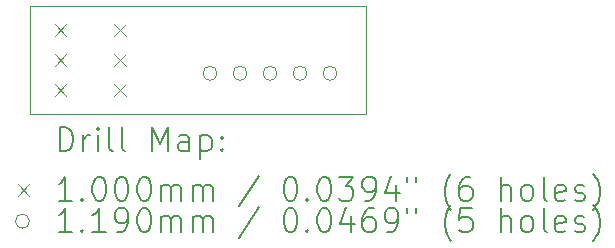
<source format=gbr>
%TF.GenerationSoftware,KiCad,Pcbnew,(6.0.11-0)*%
%TF.CreationDate,2023-11-06T07:34:27+10:00*%
%TF.ProjectId,Potentiometer Mount Type 2,506f7465-6e74-4696-9f6d-65746572204d,rev?*%
%TF.SameCoordinates,Original*%
%TF.FileFunction,Drillmap*%
%TF.FilePolarity,Positive*%
%FSLAX45Y45*%
G04 Gerber Fmt 4.5, Leading zero omitted, Abs format (unit mm)*
G04 Created by KiCad (PCBNEW (6.0.11-0)) date 2023-11-06 07:34:27*
%MOMM*%
%LPD*%
G01*
G04 APERTURE LIST*
%ADD10C,0.100000*%
%ADD11C,0.200000*%
%ADD12C,0.119000*%
G04 APERTURE END LIST*
D10*
X13614400Y-6807200D02*
X16459200Y-6807200D01*
X16459200Y-6807200D02*
X16459200Y-7721600D01*
X16459200Y-7721600D02*
X13614400Y-7721600D01*
X13614400Y-7721600D02*
X13614400Y-6807200D01*
D11*
D10*
X13822400Y-6961900D02*
X13922400Y-7061900D01*
X13922400Y-6961900D02*
X13822400Y-7061900D01*
X13822400Y-7215900D02*
X13922400Y-7315900D01*
X13922400Y-7215900D02*
X13822400Y-7315900D01*
X13822400Y-7469900D02*
X13922400Y-7569900D01*
X13922400Y-7469900D02*
X13822400Y-7569900D01*
X14326400Y-6961900D02*
X14426400Y-7061900D01*
X14426400Y-6961900D02*
X14326400Y-7061900D01*
X14326400Y-7215900D02*
X14426400Y-7315900D01*
X14426400Y-7215900D02*
X14326400Y-7315900D01*
X14326400Y-7469900D02*
X14426400Y-7569900D01*
X14426400Y-7469900D02*
X14326400Y-7569900D01*
D12*
X15197900Y-7378700D02*
G75*
G03*
X15197900Y-7378700I-59500J0D01*
G01*
X15451900Y-7378700D02*
G75*
G03*
X15451900Y-7378700I-59500J0D01*
G01*
X15705900Y-7378700D02*
G75*
G03*
X15705900Y-7378700I-59500J0D01*
G01*
X15959900Y-7378700D02*
G75*
G03*
X15959900Y-7378700I-59500J0D01*
G01*
X16213900Y-7378700D02*
G75*
G03*
X16213900Y-7378700I-59500J0D01*
G01*
D11*
X13867019Y-8037076D02*
X13867019Y-7837076D01*
X13914638Y-7837076D01*
X13943209Y-7846600D01*
X13962257Y-7865648D01*
X13971781Y-7884695D01*
X13981305Y-7922790D01*
X13981305Y-7951362D01*
X13971781Y-7989457D01*
X13962257Y-8008505D01*
X13943209Y-8027552D01*
X13914638Y-8037076D01*
X13867019Y-8037076D01*
X14067019Y-8037076D02*
X14067019Y-7903743D01*
X14067019Y-7941838D02*
X14076543Y-7922790D01*
X14086067Y-7913267D01*
X14105114Y-7903743D01*
X14124162Y-7903743D01*
X14190828Y-8037076D02*
X14190828Y-7903743D01*
X14190828Y-7837076D02*
X14181305Y-7846600D01*
X14190828Y-7856124D01*
X14200352Y-7846600D01*
X14190828Y-7837076D01*
X14190828Y-7856124D01*
X14314638Y-8037076D02*
X14295590Y-8027552D01*
X14286067Y-8008505D01*
X14286067Y-7837076D01*
X14419400Y-8037076D02*
X14400352Y-8027552D01*
X14390828Y-8008505D01*
X14390828Y-7837076D01*
X14647971Y-8037076D02*
X14647971Y-7837076D01*
X14714638Y-7979933D01*
X14781305Y-7837076D01*
X14781305Y-8037076D01*
X14962257Y-8037076D02*
X14962257Y-7932314D01*
X14952733Y-7913267D01*
X14933686Y-7903743D01*
X14895590Y-7903743D01*
X14876543Y-7913267D01*
X14962257Y-8027552D02*
X14943209Y-8037076D01*
X14895590Y-8037076D01*
X14876543Y-8027552D01*
X14867019Y-8008505D01*
X14867019Y-7989457D01*
X14876543Y-7970409D01*
X14895590Y-7960886D01*
X14943209Y-7960886D01*
X14962257Y-7951362D01*
X15057495Y-7903743D02*
X15057495Y-8103743D01*
X15057495Y-7913267D02*
X15076543Y-7903743D01*
X15114638Y-7903743D01*
X15133686Y-7913267D01*
X15143209Y-7922790D01*
X15152733Y-7941838D01*
X15152733Y-7998981D01*
X15143209Y-8018028D01*
X15133686Y-8027552D01*
X15114638Y-8037076D01*
X15076543Y-8037076D01*
X15057495Y-8027552D01*
X15238448Y-8018028D02*
X15247971Y-8027552D01*
X15238448Y-8037076D01*
X15228924Y-8027552D01*
X15238448Y-8018028D01*
X15238448Y-8037076D01*
X15238448Y-7913267D02*
X15247971Y-7922790D01*
X15238448Y-7932314D01*
X15228924Y-7922790D01*
X15238448Y-7913267D01*
X15238448Y-7932314D01*
D10*
X13509400Y-8316600D02*
X13609400Y-8416600D01*
X13609400Y-8316600D02*
X13509400Y-8416600D01*
D11*
X13971781Y-8457076D02*
X13857495Y-8457076D01*
X13914638Y-8457076D02*
X13914638Y-8257076D01*
X13895590Y-8285648D01*
X13876543Y-8304695D01*
X13857495Y-8314219D01*
X14057495Y-8438029D02*
X14067019Y-8447552D01*
X14057495Y-8457076D01*
X14047971Y-8447552D01*
X14057495Y-8438029D01*
X14057495Y-8457076D01*
X14190828Y-8257076D02*
X14209876Y-8257076D01*
X14228924Y-8266600D01*
X14238448Y-8276124D01*
X14247971Y-8295171D01*
X14257495Y-8333267D01*
X14257495Y-8380886D01*
X14247971Y-8418981D01*
X14238448Y-8438029D01*
X14228924Y-8447552D01*
X14209876Y-8457076D01*
X14190828Y-8457076D01*
X14171781Y-8447552D01*
X14162257Y-8438029D01*
X14152733Y-8418981D01*
X14143209Y-8380886D01*
X14143209Y-8333267D01*
X14152733Y-8295171D01*
X14162257Y-8276124D01*
X14171781Y-8266600D01*
X14190828Y-8257076D01*
X14381305Y-8257076D02*
X14400352Y-8257076D01*
X14419400Y-8266600D01*
X14428924Y-8276124D01*
X14438448Y-8295171D01*
X14447971Y-8333267D01*
X14447971Y-8380886D01*
X14438448Y-8418981D01*
X14428924Y-8438029D01*
X14419400Y-8447552D01*
X14400352Y-8457076D01*
X14381305Y-8457076D01*
X14362257Y-8447552D01*
X14352733Y-8438029D01*
X14343209Y-8418981D01*
X14333686Y-8380886D01*
X14333686Y-8333267D01*
X14343209Y-8295171D01*
X14352733Y-8276124D01*
X14362257Y-8266600D01*
X14381305Y-8257076D01*
X14571781Y-8257076D02*
X14590828Y-8257076D01*
X14609876Y-8266600D01*
X14619400Y-8276124D01*
X14628924Y-8295171D01*
X14638448Y-8333267D01*
X14638448Y-8380886D01*
X14628924Y-8418981D01*
X14619400Y-8438029D01*
X14609876Y-8447552D01*
X14590828Y-8457076D01*
X14571781Y-8457076D01*
X14552733Y-8447552D01*
X14543209Y-8438029D01*
X14533686Y-8418981D01*
X14524162Y-8380886D01*
X14524162Y-8333267D01*
X14533686Y-8295171D01*
X14543209Y-8276124D01*
X14552733Y-8266600D01*
X14571781Y-8257076D01*
X14724162Y-8457076D02*
X14724162Y-8323743D01*
X14724162Y-8342790D02*
X14733686Y-8333267D01*
X14752733Y-8323743D01*
X14781305Y-8323743D01*
X14800352Y-8333267D01*
X14809876Y-8352314D01*
X14809876Y-8457076D01*
X14809876Y-8352314D02*
X14819400Y-8333267D01*
X14838448Y-8323743D01*
X14867019Y-8323743D01*
X14886067Y-8333267D01*
X14895590Y-8352314D01*
X14895590Y-8457076D01*
X14990828Y-8457076D02*
X14990828Y-8323743D01*
X14990828Y-8342790D02*
X15000352Y-8333267D01*
X15019400Y-8323743D01*
X15047971Y-8323743D01*
X15067019Y-8333267D01*
X15076543Y-8352314D01*
X15076543Y-8457076D01*
X15076543Y-8352314D02*
X15086067Y-8333267D01*
X15105114Y-8323743D01*
X15133686Y-8323743D01*
X15152733Y-8333267D01*
X15162257Y-8352314D01*
X15162257Y-8457076D01*
X15552733Y-8247552D02*
X15381305Y-8504695D01*
X15809876Y-8257076D02*
X15828924Y-8257076D01*
X15847971Y-8266600D01*
X15857495Y-8276124D01*
X15867019Y-8295171D01*
X15876543Y-8333267D01*
X15876543Y-8380886D01*
X15867019Y-8418981D01*
X15857495Y-8438029D01*
X15847971Y-8447552D01*
X15828924Y-8457076D01*
X15809876Y-8457076D01*
X15790828Y-8447552D01*
X15781305Y-8438029D01*
X15771781Y-8418981D01*
X15762257Y-8380886D01*
X15762257Y-8333267D01*
X15771781Y-8295171D01*
X15781305Y-8276124D01*
X15790828Y-8266600D01*
X15809876Y-8257076D01*
X15962257Y-8438029D02*
X15971781Y-8447552D01*
X15962257Y-8457076D01*
X15952733Y-8447552D01*
X15962257Y-8438029D01*
X15962257Y-8457076D01*
X16095590Y-8257076D02*
X16114638Y-8257076D01*
X16133686Y-8266600D01*
X16143209Y-8276124D01*
X16152733Y-8295171D01*
X16162257Y-8333267D01*
X16162257Y-8380886D01*
X16152733Y-8418981D01*
X16143209Y-8438029D01*
X16133686Y-8447552D01*
X16114638Y-8457076D01*
X16095590Y-8457076D01*
X16076543Y-8447552D01*
X16067019Y-8438029D01*
X16057495Y-8418981D01*
X16047971Y-8380886D01*
X16047971Y-8333267D01*
X16057495Y-8295171D01*
X16067019Y-8276124D01*
X16076543Y-8266600D01*
X16095590Y-8257076D01*
X16228924Y-8257076D02*
X16352733Y-8257076D01*
X16286067Y-8333267D01*
X16314638Y-8333267D01*
X16333686Y-8342790D01*
X16343209Y-8352314D01*
X16352733Y-8371362D01*
X16352733Y-8418981D01*
X16343209Y-8438029D01*
X16333686Y-8447552D01*
X16314638Y-8457076D01*
X16257495Y-8457076D01*
X16238448Y-8447552D01*
X16228924Y-8438029D01*
X16447971Y-8457076D02*
X16486067Y-8457076D01*
X16505114Y-8447552D01*
X16514638Y-8438029D01*
X16533686Y-8409457D01*
X16543209Y-8371362D01*
X16543209Y-8295171D01*
X16533686Y-8276124D01*
X16524162Y-8266600D01*
X16505114Y-8257076D01*
X16467019Y-8257076D01*
X16447971Y-8266600D01*
X16438448Y-8276124D01*
X16428924Y-8295171D01*
X16428924Y-8342790D01*
X16438448Y-8361838D01*
X16447971Y-8371362D01*
X16467019Y-8380886D01*
X16505114Y-8380886D01*
X16524162Y-8371362D01*
X16533686Y-8361838D01*
X16543209Y-8342790D01*
X16714638Y-8323743D02*
X16714638Y-8457076D01*
X16667019Y-8247552D02*
X16619400Y-8390410D01*
X16743209Y-8390410D01*
X16809876Y-8257076D02*
X16809876Y-8295171D01*
X16886067Y-8257076D02*
X16886067Y-8295171D01*
X17181305Y-8533267D02*
X17171781Y-8523743D01*
X17152733Y-8495171D01*
X17143210Y-8476124D01*
X17133686Y-8447552D01*
X17124162Y-8399933D01*
X17124162Y-8361838D01*
X17133686Y-8314219D01*
X17143210Y-8285648D01*
X17152733Y-8266600D01*
X17171781Y-8238028D01*
X17181305Y-8228505D01*
X17343210Y-8257076D02*
X17305114Y-8257076D01*
X17286067Y-8266600D01*
X17276543Y-8276124D01*
X17257495Y-8304695D01*
X17247971Y-8342790D01*
X17247971Y-8418981D01*
X17257495Y-8438029D01*
X17267019Y-8447552D01*
X17286067Y-8457076D01*
X17324162Y-8457076D01*
X17343210Y-8447552D01*
X17352733Y-8438029D01*
X17362257Y-8418981D01*
X17362257Y-8371362D01*
X17352733Y-8352314D01*
X17343210Y-8342790D01*
X17324162Y-8333267D01*
X17286067Y-8333267D01*
X17267019Y-8342790D01*
X17257495Y-8352314D01*
X17247971Y-8371362D01*
X17600352Y-8457076D02*
X17600352Y-8257076D01*
X17686067Y-8457076D02*
X17686067Y-8352314D01*
X17676543Y-8333267D01*
X17657495Y-8323743D01*
X17628924Y-8323743D01*
X17609876Y-8333267D01*
X17600352Y-8342790D01*
X17809876Y-8457076D02*
X17790829Y-8447552D01*
X17781305Y-8438029D01*
X17771781Y-8418981D01*
X17771781Y-8361838D01*
X17781305Y-8342790D01*
X17790829Y-8333267D01*
X17809876Y-8323743D01*
X17838448Y-8323743D01*
X17857495Y-8333267D01*
X17867019Y-8342790D01*
X17876543Y-8361838D01*
X17876543Y-8418981D01*
X17867019Y-8438029D01*
X17857495Y-8447552D01*
X17838448Y-8457076D01*
X17809876Y-8457076D01*
X17990829Y-8457076D02*
X17971781Y-8447552D01*
X17962257Y-8428505D01*
X17962257Y-8257076D01*
X18143210Y-8447552D02*
X18124162Y-8457076D01*
X18086067Y-8457076D01*
X18067019Y-8447552D01*
X18057495Y-8428505D01*
X18057495Y-8352314D01*
X18067019Y-8333267D01*
X18086067Y-8323743D01*
X18124162Y-8323743D01*
X18143210Y-8333267D01*
X18152733Y-8352314D01*
X18152733Y-8371362D01*
X18057495Y-8390410D01*
X18228924Y-8447552D02*
X18247971Y-8457076D01*
X18286067Y-8457076D01*
X18305114Y-8447552D01*
X18314638Y-8428505D01*
X18314638Y-8418981D01*
X18305114Y-8399933D01*
X18286067Y-8390410D01*
X18257495Y-8390410D01*
X18238448Y-8380886D01*
X18228924Y-8361838D01*
X18228924Y-8352314D01*
X18238448Y-8333267D01*
X18257495Y-8323743D01*
X18286067Y-8323743D01*
X18305114Y-8333267D01*
X18381305Y-8533267D02*
X18390829Y-8523743D01*
X18409876Y-8495171D01*
X18419400Y-8476124D01*
X18428924Y-8447552D01*
X18438448Y-8399933D01*
X18438448Y-8361838D01*
X18428924Y-8314219D01*
X18419400Y-8285648D01*
X18409876Y-8266600D01*
X18390829Y-8238028D01*
X18381305Y-8228505D01*
D12*
X13609400Y-8630600D02*
G75*
G03*
X13609400Y-8630600I-59500J0D01*
G01*
D11*
X13971781Y-8721076D02*
X13857495Y-8721076D01*
X13914638Y-8721076D02*
X13914638Y-8521076D01*
X13895590Y-8549648D01*
X13876543Y-8568695D01*
X13857495Y-8578219D01*
X14057495Y-8702029D02*
X14067019Y-8711552D01*
X14057495Y-8721076D01*
X14047971Y-8711552D01*
X14057495Y-8702029D01*
X14057495Y-8721076D01*
X14257495Y-8721076D02*
X14143209Y-8721076D01*
X14200352Y-8721076D02*
X14200352Y-8521076D01*
X14181305Y-8549648D01*
X14162257Y-8568695D01*
X14143209Y-8578219D01*
X14352733Y-8721076D02*
X14390828Y-8721076D01*
X14409876Y-8711552D01*
X14419400Y-8702029D01*
X14438448Y-8673457D01*
X14447971Y-8635362D01*
X14447971Y-8559171D01*
X14438448Y-8540124D01*
X14428924Y-8530600D01*
X14409876Y-8521076D01*
X14371781Y-8521076D01*
X14352733Y-8530600D01*
X14343209Y-8540124D01*
X14333686Y-8559171D01*
X14333686Y-8606790D01*
X14343209Y-8625838D01*
X14352733Y-8635362D01*
X14371781Y-8644886D01*
X14409876Y-8644886D01*
X14428924Y-8635362D01*
X14438448Y-8625838D01*
X14447971Y-8606790D01*
X14571781Y-8521076D02*
X14590828Y-8521076D01*
X14609876Y-8530600D01*
X14619400Y-8540124D01*
X14628924Y-8559171D01*
X14638448Y-8597267D01*
X14638448Y-8644886D01*
X14628924Y-8682981D01*
X14619400Y-8702029D01*
X14609876Y-8711552D01*
X14590828Y-8721076D01*
X14571781Y-8721076D01*
X14552733Y-8711552D01*
X14543209Y-8702029D01*
X14533686Y-8682981D01*
X14524162Y-8644886D01*
X14524162Y-8597267D01*
X14533686Y-8559171D01*
X14543209Y-8540124D01*
X14552733Y-8530600D01*
X14571781Y-8521076D01*
X14724162Y-8721076D02*
X14724162Y-8587743D01*
X14724162Y-8606790D02*
X14733686Y-8597267D01*
X14752733Y-8587743D01*
X14781305Y-8587743D01*
X14800352Y-8597267D01*
X14809876Y-8616314D01*
X14809876Y-8721076D01*
X14809876Y-8616314D02*
X14819400Y-8597267D01*
X14838448Y-8587743D01*
X14867019Y-8587743D01*
X14886067Y-8597267D01*
X14895590Y-8616314D01*
X14895590Y-8721076D01*
X14990828Y-8721076D02*
X14990828Y-8587743D01*
X14990828Y-8606790D02*
X15000352Y-8597267D01*
X15019400Y-8587743D01*
X15047971Y-8587743D01*
X15067019Y-8597267D01*
X15076543Y-8616314D01*
X15076543Y-8721076D01*
X15076543Y-8616314D02*
X15086067Y-8597267D01*
X15105114Y-8587743D01*
X15133686Y-8587743D01*
X15152733Y-8597267D01*
X15162257Y-8616314D01*
X15162257Y-8721076D01*
X15552733Y-8511552D02*
X15381305Y-8768695D01*
X15809876Y-8521076D02*
X15828924Y-8521076D01*
X15847971Y-8530600D01*
X15857495Y-8540124D01*
X15867019Y-8559171D01*
X15876543Y-8597267D01*
X15876543Y-8644886D01*
X15867019Y-8682981D01*
X15857495Y-8702029D01*
X15847971Y-8711552D01*
X15828924Y-8721076D01*
X15809876Y-8721076D01*
X15790828Y-8711552D01*
X15781305Y-8702029D01*
X15771781Y-8682981D01*
X15762257Y-8644886D01*
X15762257Y-8597267D01*
X15771781Y-8559171D01*
X15781305Y-8540124D01*
X15790828Y-8530600D01*
X15809876Y-8521076D01*
X15962257Y-8702029D02*
X15971781Y-8711552D01*
X15962257Y-8721076D01*
X15952733Y-8711552D01*
X15962257Y-8702029D01*
X15962257Y-8721076D01*
X16095590Y-8521076D02*
X16114638Y-8521076D01*
X16133686Y-8530600D01*
X16143209Y-8540124D01*
X16152733Y-8559171D01*
X16162257Y-8597267D01*
X16162257Y-8644886D01*
X16152733Y-8682981D01*
X16143209Y-8702029D01*
X16133686Y-8711552D01*
X16114638Y-8721076D01*
X16095590Y-8721076D01*
X16076543Y-8711552D01*
X16067019Y-8702029D01*
X16057495Y-8682981D01*
X16047971Y-8644886D01*
X16047971Y-8597267D01*
X16057495Y-8559171D01*
X16067019Y-8540124D01*
X16076543Y-8530600D01*
X16095590Y-8521076D01*
X16333686Y-8587743D02*
X16333686Y-8721076D01*
X16286067Y-8511552D02*
X16238448Y-8654410D01*
X16362257Y-8654410D01*
X16524162Y-8521076D02*
X16486067Y-8521076D01*
X16467019Y-8530600D01*
X16457495Y-8540124D01*
X16438448Y-8568695D01*
X16428924Y-8606790D01*
X16428924Y-8682981D01*
X16438448Y-8702029D01*
X16447971Y-8711552D01*
X16467019Y-8721076D01*
X16505114Y-8721076D01*
X16524162Y-8711552D01*
X16533686Y-8702029D01*
X16543209Y-8682981D01*
X16543209Y-8635362D01*
X16533686Y-8616314D01*
X16524162Y-8606790D01*
X16505114Y-8597267D01*
X16467019Y-8597267D01*
X16447971Y-8606790D01*
X16438448Y-8616314D01*
X16428924Y-8635362D01*
X16638448Y-8721076D02*
X16676543Y-8721076D01*
X16695590Y-8711552D01*
X16705114Y-8702029D01*
X16724162Y-8673457D01*
X16733686Y-8635362D01*
X16733686Y-8559171D01*
X16724162Y-8540124D01*
X16714638Y-8530600D01*
X16695590Y-8521076D01*
X16657495Y-8521076D01*
X16638448Y-8530600D01*
X16628924Y-8540124D01*
X16619400Y-8559171D01*
X16619400Y-8606790D01*
X16628924Y-8625838D01*
X16638448Y-8635362D01*
X16657495Y-8644886D01*
X16695590Y-8644886D01*
X16714638Y-8635362D01*
X16724162Y-8625838D01*
X16733686Y-8606790D01*
X16809876Y-8521076D02*
X16809876Y-8559171D01*
X16886067Y-8521076D02*
X16886067Y-8559171D01*
X17181305Y-8797267D02*
X17171781Y-8787743D01*
X17152733Y-8759171D01*
X17143210Y-8740124D01*
X17133686Y-8711552D01*
X17124162Y-8663933D01*
X17124162Y-8625838D01*
X17133686Y-8578219D01*
X17143210Y-8549648D01*
X17152733Y-8530600D01*
X17171781Y-8502029D01*
X17181305Y-8492505D01*
X17352733Y-8521076D02*
X17257495Y-8521076D01*
X17247971Y-8616314D01*
X17257495Y-8606790D01*
X17276543Y-8597267D01*
X17324162Y-8597267D01*
X17343210Y-8606790D01*
X17352733Y-8616314D01*
X17362257Y-8635362D01*
X17362257Y-8682981D01*
X17352733Y-8702029D01*
X17343210Y-8711552D01*
X17324162Y-8721076D01*
X17276543Y-8721076D01*
X17257495Y-8711552D01*
X17247971Y-8702029D01*
X17600352Y-8721076D02*
X17600352Y-8521076D01*
X17686067Y-8721076D02*
X17686067Y-8616314D01*
X17676543Y-8597267D01*
X17657495Y-8587743D01*
X17628924Y-8587743D01*
X17609876Y-8597267D01*
X17600352Y-8606790D01*
X17809876Y-8721076D02*
X17790829Y-8711552D01*
X17781305Y-8702029D01*
X17771781Y-8682981D01*
X17771781Y-8625838D01*
X17781305Y-8606790D01*
X17790829Y-8597267D01*
X17809876Y-8587743D01*
X17838448Y-8587743D01*
X17857495Y-8597267D01*
X17867019Y-8606790D01*
X17876543Y-8625838D01*
X17876543Y-8682981D01*
X17867019Y-8702029D01*
X17857495Y-8711552D01*
X17838448Y-8721076D01*
X17809876Y-8721076D01*
X17990829Y-8721076D02*
X17971781Y-8711552D01*
X17962257Y-8692505D01*
X17962257Y-8521076D01*
X18143210Y-8711552D02*
X18124162Y-8721076D01*
X18086067Y-8721076D01*
X18067019Y-8711552D01*
X18057495Y-8692505D01*
X18057495Y-8616314D01*
X18067019Y-8597267D01*
X18086067Y-8587743D01*
X18124162Y-8587743D01*
X18143210Y-8597267D01*
X18152733Y-8616314D01*
X18152733Y-8635362D01*
X18057495Y-8654410D01*
X18228924Y-8711552D02*
X18247971Y-8721076D01*
X18286067Y-8721076D01*
X18305114Y-8711552D01*
X18314638Y-8692505D01*
X18314638Y-8682981D01*
X18305114Y-8663933D01*
X18286067Y-8654410D01*
X18257495Y-8654410D01*
X18238448Y-8644886D01*
X18228924Y-8625838D01*
X18228924Y-8616314D01*
X18238448Y-8597267D01*
X18257495Y-8587743D01*
X18286067Y-8587743D01*
X18305114Y-8597267D01*
X18381305Y-8797267D02*
X18390829Y-8787743D01*
X18409876Y-8759171D01*
X18419400Y-8740124D01*
X18428924Y-8711552D01*
X18438448Y-8663933D01*
X18438448Y-8625838D01*
X18428924Y-8578219D01*
X18419400Y-8549648D01*
X18409876Y-8530600D01*
X18390829Y-8502029D01*
X18381305Y-8492505D01*
M02*

</source>
